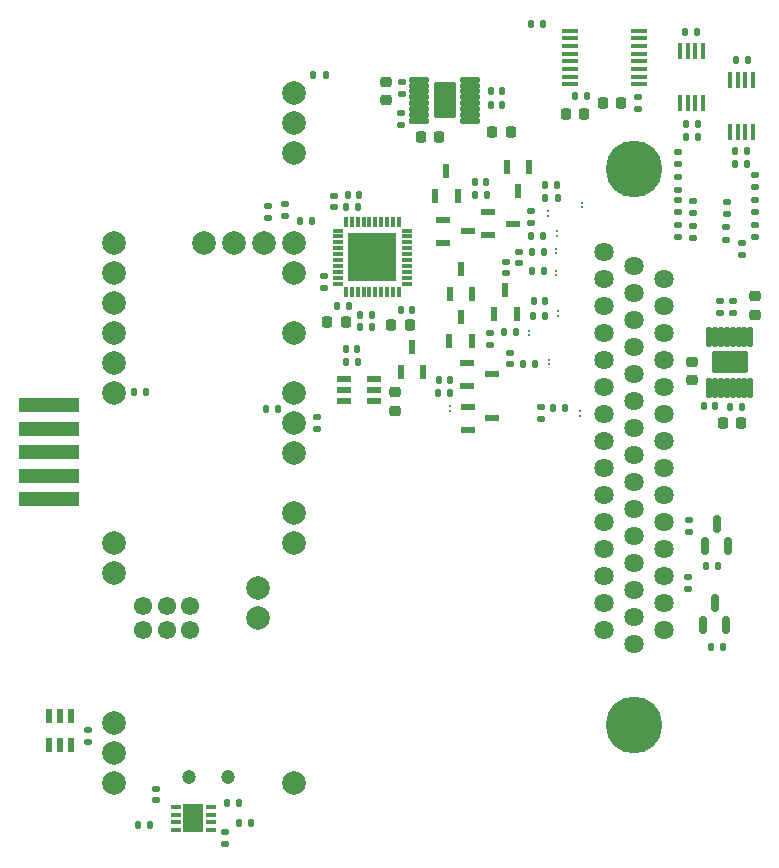
<source format=gbs>
G04 #@! TF.GenerationSoftware,KiCad,Pcbnew,8.0.7*
G04 #@! TF.CreationDate,2025-02-07T02:11:16-05:00*
G04 #@! TF.ProjectId,accessory_v3,61636365-7373-46f7-9279-5f76332e6b69,rev?*
G04 #@! TF.SameCoordinates,Original*
G04 #@! TF.FileFunction,Soldermask,Bot*
G04 #@! TF.FilePolarity,Negative*
%FSLAX46Y46*%
G04 Gerber Fmt 4.6, Leading zero omitted, Abs format (unit mm)*
G04 Created by KiCad (PCBNEW 8.0.7) date 2025-02-07 02:11:16*
%MOMM*%
%LPD*%
G01*
G04 APERTURE LIST*
G04 Aperture macros list*
%AMRoundRect*
0 Rectangle with rounded corners*
0 $1 Rounding radius*
0 $2 $3 $4 $5 $6 $7 $8 $9 X,Y pos of 4 corners*
0 Add a 4 corners polygon primitive as box body*
4,1,4,$2,$3,$4,$5,$6,$7,$8,$9,$2,$3,0*
0 Add four circle primitives for the rounded corners*
1,1,$1+$1,$2,$3*
1,1,$1+$1,$4,$5*
1,1,$1+$1,$6,$7*
1,1,$1+$1,$8,$9*
0 Add four rect primitives between the rounded corners*
20,1,$1+$1,$2,$3,$4,$5,0*
20,1,$1+$1,$4,$5,$6,$7,0*
20,1,$1+$1,$6,$7,$8,$9,0*
20,1,$1+$1,$8,$9,$2,$3,0*%
G04 Aperture macros list end*
%ADD10C,1.638000*%
%ADD11C,4.801000*%
%ADD12R,5.200000X1.250000*%
%ADD13C,2.004000*%
%ADD14C,1.204000*%
%ADD15C,1.554000*%
%ADD16RoundRect,0.135000X0.185000X-0.135000X0.185000X0.135000X-0.185000X0.135000X-0.185000X-0.135000X0*%
%ADD17RoundRect,0.140000X-0.140000X-0.170000X0.140000X-0.170000X0.140000X0.170000X-0.140000X0.170000X0*%
%ADD18RoundRect,0.140000X0.170000X-0.140000X0.170000X0.140000X-0.170000X0.140000X-0.170000X-0.140000X0*%
%ADD19RoundRect,0.135000X-0.135000X-0.185000X0.135000X-0.185000X0.135000X0.185000X-0.135000X0.185000X0*%
%ADD20R,0.254000X0.152400*%
%ADD21RoundRect,0.060500X0.766500X0.181500X-0.766500X0.181500X-0.766500X-0.181500X0.766500X-0.181500X0*%
%ADD22RoundRect,0.102000X0.825500X1.422500X-0.825500X1.422500X-0.825500X-1.422500X0.825500X-1.422500X0*%
%ADD23R,1.250000X0.600000*%
%ADD24RoundRect,0.225000X-0.250000X0.225000X-0.250000X-0.225000X0.250000X-0.225000X0.250000X0.225000X0*%
%ADD25RoundRect,0.225000X0.225000X0.250000X-0.225000X0.250000X-0.225000X-0.250000X0.225000X-0.250000X0*%
%ADD26R,0.850000X0.350000*%
%ADD27R,1.700000X2.450000*%
%ADD28RoundRect,0.140000X0.140000X0.170000X-0.140000X0.170000X-0.140000X-0.170000X0.140000X-0.170000X0*%
%ADD29R,0.600000X1.250000*%
%ADD30RoundRect,0.135000X0.135000X0.185000X-0.135000X0.185000X-0.135000X-0.185000X0.135000X-0.185000X0*%
%ADD31R,1.200000X0.600000*%
%ADD32RoundRect,0.225000X-0.225000X-0.250000X0.225000X-0.250000X0.225000X0.250000X-0.225000X0.250000X0*%
%ADD33RoundRect,0.140000X-0.170000X0.140000X-0.170000X-0.140000X0.170000X-0.140000X0.170000X0.140000X0*%
%ADD34R,0.450000X1.400000*%
%ADD35R,1.475000X0.450000*%
%ADD36RoundRect,0.060500X-0.181500X0.766500X-0.181500X-0.766500X0.181500X-0.766500X0.181500X0.766500X0*%
%ADD37RoundRect,0.102000X-1.422500X0.825500X-1.422500X-0.825500X1.422500X-0.825500X1.422500X0.825500X0*%
%ADD38RoundRect,0.150000X0.150000X-0.587500X0.150000X0.587500X-0.150000X0.587500X-0.150000X-0.587500X0*%
%ADD39RoundRect,0.135000X-0.185000X0.135000X-0.185000X-0.135000X0.185000X-0.135000X0.185000X0.135000X0*%
%ADD40R,0.600000X1.200000*%
%ADD41R,0.300000X0.850000*%
%ADD42R,0.850000X0.300000*%
%ADD43R,4.050000X4.050000*%
G04 APERTURE END LIST*
D10*
X50460000Y-55869000D03*
X50460000Y-53583000D03*
X50460000Y-51297000D03*
X50460000Y-49011000D03*
X50460000Y-46725000D03*
X50460000Y-44439000D03*
X50460000Y-42153000D03*
X50460000Y-39867000D03*
X50460000Y-37581000D03*
X50460000Y-35295000D03*
X50460000Y-33009000D03*
X50460000Y-30723000D03*
X50460000Y-28437000D03*
X50460000Y-26151000D03*
X50460000Y-23865000D03*
X53000000Y-57012000D03*
X53000000Y-54726000D03*
X53000000Y-52440000D03*
X53000000Y-50154000D03*
X53000000Y-47868000D03*
X53000000Y-45582000D03*
X53000000Y-43296000D03*
X53000000Y-41010000D03*
X53000000Y-38724000D03*
X53000000Y-36438000D03*
X53000000Y-34152000D03*
X53000000Y-31866000D03*
X53000000Y-29580000D03*
X53000000Y-27294000D03*
X53000000Y-25008000D03*
X55540000Y-55869000D03*
X55540000Y-53583000D03*
X55540000Y-51297000D03*
X55540000Y-49011000D03*
X55540000Y-46725000D03*
X55540000Y-44439000D03*
X55540000Y-42153000D03*
X55540000Y-39867000D03*
X55540000Y-37581000D03*
X55540000Y-35295000D03*
X55540000Y-33009000D03*
X55540000Y-30723000D03*
X55540000Y-28437000D03*
X55540000Y-26151000D03*
D11*
X53000000Y-63895000D03*
X53000000Y-16855000D03*
D12*
X3500000Y-36830000D03*
X3500000Y-38830000D03*
X3500000Y-40830000D03*
X3500000Y-42830000D03*
X3500000Y-44730000D03*
D13*
X8980000Y-63720000D03*
X19140000Y-23080000D03*
X24220000Y-48480000D03*
X24220000Y-45936000D03*
X24220000Y-40860000D03*
X24220000Y-38320000D03*
X24220000Y-35780000D03*
X8980000Y-35780000D03*
X8980000Y-48480000D03*
X8980000Y-51020000D03*
X24220000Y-30696000D03*
X24220000Y-25620000D03*
X24220000Y-23080000D03*
X24220000Y-15460000D03*
X24220000Y-12920000D03*
X24220000Y-10380000D03*
X8980000Y-23080000D03*
X8980000Y-25620000D03*
X8980000Y-28160000D03*
X8980000Y-30700000D03*
D14*
X18632000Y-68288000D03*
X15330000Y-68288000D03*
D13*
X24220000Y-68800000D03*
X8980000Y-33240000D03*
X8980000Y-66260000D03*
X16600000Y-23080000D03*
D15*
X13430000Y-53830000D03*
X13430000Y-55830000D03*
X11430000Y-55830000D03*
X11430000Y-53830000D03*
X15430000Y-53830000D03*
X15430000Y-55830000D03*
D13*
X21170000Y-54830000D03*
X21170000Y-52290000D03*
X21680000Y-23080000D03*
X8980000Y-68800000D03*
D16*
X56743600Y-20496800D03*
X56743600Y-19476800D03*
D17*
X28653800Y-33172400D03*
X29613800Y-33172400D03*
D18*
X40792400Y-31696600D03*
X40792400Y-30736600D03*
D19*
X44321000Y-22479000D03*
X45341000Y-22479000D03*
D16*
X57565548Y-52427900D03*
X57565548Y-51407900D03*
D20*
X45694600Y-20802600D03*
X45694600Y-20421600D03*
X46431200Y-23977600D03*
X46431200Y-23596600D03*
X48615600Y-19697700D03*
X48615600Y-20078700D03*
D17*
X58940000Y-36880000D03*
X59900000Y-36880000D03*
D21*
X39160000Y-9260000D03*
X39160000Y-9760000D03*
X39160000Y-10260000D03*
X39160000Y-10760000D03*
X39160000Y-11260000D03*
X39160000Y-11760000D03*
X39160000Y-12260000D03*
X39160000Y-12760000D03*
X34840000Y-12760000D03*
X34840000Y-12260000D03*
X34840000Y-11760000D03*
X34840000Y-11260000D03*
X34840000Y-10760000D03*
X34840000Y-10260000D03*
X34840000Y-9760000D03*
X34840000Y-9260000D03*
D22*
X37000000Y-11010000D03*
D23*
X38921000Y-38902600D03*
X38921000Y-36992600D03*
X41021000Y-37947600D03*
D19*
X44295600Y-4546600D03*
X45315600Y-4546600D03*
D24*
X63220000Y-27605000D03*
X63220000Y-29155000D03*
D25*
X36495000Y-14160000D03*
X34945000Y-14160000D03*
D20*
X46558200Y-28854400D03*
X46558200Y-29235400D03*
D26*
X17160000Y-70832500D03*
X17160000Y-71482500D03*
X17160000Y-72132500D03*
X17160000Y-72782500D03*
X14260000Y-72782500D03*
X14260000Y-72132500D03*
X14260000Y-71482500D03*
X14260000Y-70832500D03*
D27*
X15710000Y-71807500D03*
D16*
X60820000Y-22800000D03*
X60820000Y-21780000D03*
D17*
X44503400Y-27990800D03*
X45463400Y-27990800D03*
D16*
X22020000Y-21000000D03*
X22020000Y-19980000D03*
D28*
X41830000Y-10250000D03*
X40870000Y-10250000D03*
D29*
X35177400Y-34027800D03*
X33267400Y-34027800D03*
X34222400Y-31927800D03*
D30*
X19560000Y-70480000D03*
X18540000Y-70480000D03*
D17*
X61160000Y-36970000D03*
X62120000Y-36970000D03*
X28603000Y-32105600D03*
X29563000Y-32105600D03*
X29850000Y-30230000D03*
X30810000Y-30230000D03*
D30*
X11695000Y-35740000D03*
X10675000Y-35740000D03*
D29*
X43078400Y-29133800D03*
X41168400Y-29133800D03*
X42123400Y-27033800D03*
D19*
X41984200Y-30632400D03*
X43004200Y-30632400D03*
D31*
X28462600Y-36469400D03*
X28462600Y-35519400D03*
X28462600Y-34569400D03*
X30962600Y-34569400D03*
X30962600Y-35519400D03*
X30962600Y-36469400D03*
D32*
X41025000Y-13730000D03*
X42575000Y-13730000D03*
D19*
X36444400Y-35788600D03*
X37464400Y-35788600D03*
D18*
X44323000Y-21381600D03*
X44323000Y-20421600D03*
D16*
X62110000Y-24090000D03*
X62110000Y-23070000D03*
D29*
X39309000Y-27373000D03*
X37399000Y-27373000D03*
X38354000Y-25273000D03*
D20*
X45796200Y-32969200D03*
X45796200Y-33350200D03*
D28*
X12010000Y-72410000D03*
X11050000Y-72410000D03*
D33*
X60310000Y-28020000D03*
X60310000Y-28980000D03*
D30*
X58397200Y-14126400D03*
X57377200Y-14126400D03*
D16*
X26210000Y-38880000D03*
X26210000Y-37860000D03*
D34*
X63080000Y-13655000D03*
X62430000Y-13655000D03*
X61780000Y-13655000D03*
X61130000Y-13655000D03*
X61130000Y-9255000D03*
X61780000Y-9255000D03*
X62430000Y-9255000D03*
X63080000Y-9255000D03*
D25*
X48781000Y-12192000D03*
X47231000Y-12192000D03*
D16*
X57962800Y-22658800D03*
X57962800Y-21638800D03*
X63230800Y-18391000D03*
X63230800Y-17371000D03*
D23*
X36821400Y-23068200D03*
X36821400Y-21158200D03*
X38921400Y-22113200D03*
D33*
X43281600Y-23827800D03*
X43281600Y-24787800D03*
X12530000Y-69310000D03*
X12530000Y-70270000D03*
D19*
X44371800Y-23825200D03*
X45391800Y-23825200D03*
D28*
X41830000Y-11400000D03*
X40870000Y-11400000D03*
D19*
X44473400Y-29235400D03*
X45493400Y-29235400D03*
D20*
X46456600Y-22110700D03*
X46456600Y-22491700D03*
D35*
X53458000Y-5105000D03*
X53458000Y-5755000D03*
X53458000Y-6405000D03*
X53458000Y-7055000D03*
X53458000Y-7705000D03*
X53458000Y-8355000D03*
X53458000Y-9005000D03*
X53458000Y-9655000D03*
X47582000Y-9655000D03*
X47582000Y-9005000D03*
X47582000Y-8355000D03*
X47582000Y-7705000D03*
X47582000Y-7055000D03*
X47582000Y-6405000D03*
X47582000Y-5755000D03*
X47582000Y-5105000D03*
D20*
X44094400Y-30924500D03*
X44094400Y-30543500D03*
D32*
X50375000Y-11220000D03*
X51925000Y-11220000D03*
D25*
X28605000Y-29810000D03*
X27055000Y-29810000D03*
D23*
X38870200Y-35168800D03*
X38870200Y-33258800D03*
X40970200Y-34213800D03*
D16*
X56718200Y-22609000D03*
X56718200Y-21589000D03*
D28*
X29620000Y-20060000D03*
X28660000Y-20060000D03*
D29*
X42225000Y-16628400D03*
X44135000Y-16628400D03*
X43180000Y-18728400D03*
D20*
X46431200Y-25819100D03*
X46431200Y-25438100D03*
D24*
X57920000Y-33175000D03*
X57920000Y-34725000D03*
D16*
X26746200Y-26900600D03*
X26746200Y-25880600D03*
D29*
X38069800Y-19098000D03*
X36159800Y-19098000D03*
X37114800Y-16998000D03*
D28*
X62633200Y-7619600D03*
X61673200Y-7619600D03*
D36*
X59360000Y-31040000D03*
X59860000Y-31040000D03*
X60360000Y-31040000D03*
X60860000Y-31040000D03*
X61360000Y-31040000D03*
X61860000Y-31040000D03*
X62360000Y-31040000D03*
X62860000Y-31040000D03*
X62860000Y-35360000D03*
X62360000Y-35360000D03*
X61860000Y-35360000D03*
X61360000Y-35360000D03*
X60860000Y-35360000D03*
X60360000Y-35360000D03*
X59860000Y-35360000D03*
X59360000Y-35360000D03*
D37*
X61110000Y-33200000D03*
D30*
X60111348Y-50472100D03*
X59091348Y-50472100D03*
D38*
X60955748Y-48768000D03*
X59055748Y-48768000D03*
X60005748Y-46893000D03*
D16*
X63230800Y-22607400D03*
X63230800Y-21587400D03*
D34*
X58861600Y-11267800D03*
X58211600Y-11267800D03*
X57561600Y-11267800D03*
X56911600Y-11267800D03*
X56911600Y-6867800D03*
X57561600Y-6867800D03*
X58211600Y-6867800D03*
X58861600Y-6867800D03*
D16*
X57962800Y-20527200D03*
X57962800Y-19507200D03*
D39*
X18420000Y-72970000D03*
X18420000Y-73990000D03*
D30*
X25730000Y-21200000D03*
X24710000Y-21200000D03*
X26890000Y-8850000D03*
X25870000Y-8850000D03*
D18*
X27640000Y-20080000D03*
X27640000Y-19120000D03*
D16*
X56718200Y-16434800D03*
X56718200Y-15414800D03*
D32*
X32455000Y-30030000D03*
X34005000Y-30030000D03*
D33*
X53365400Y-10774800D03*
X53365400Y-11734800D03*
X45135800Y-37010400D03*
X45135800Y-37970400D03*
D30*
X58422600Y-13059600D03*
X57402600Y-13059600D03*
X62564200Y-15315800D03*
X61544200Y-15315800D03*
D20*
X37388800Y-37290500D03*
X37388800Y-36909500D03*
D24*
X31970000Y-9425000D03*
X31970000Y-10975000D03*
D40*
X3470000Y-63100000D03*
X4420000Y-63100000D03*
X5370000Y-63100000D03*
X5370000Y-65600000D03*
X4420000Y-65600000D03*
X3470000Y-65600000D03*
D24*
X32740600Y-35750200D03*
X32740600Y-37300200D03*
D19*
X44344400Y-25501600D03*
X45364400Y-25501600D03*
D17*
X39519600Y-17952400D03*
X40479600Y-17952400D03*
D16*
X57655548Y-47557900D03*
X57655548Y-46537900D03*
X63230800Y-20473800D03*
X63230800Y-19453800D03*
D28*
X48994000Y-10668000D03*
X48034000Y-10668000D03*
D30*
X22887400Y-37185600D03*
X21867400Y-37185600D03*
D18*
X42545000Y-33350200D03*
X42545000Y-32390200D03*
D17*
X29850000Y-29190000D03*
X30810000Y-29190000D03*
D28*
X29740000Y-19010000D03*
X28780000Y-19010000D03*
D19*
X19570000Y-72240000D03*
X20590000Y-72240000D03*
D28*
X58321000Y-5216800D03*
X57361000Y-5216800D03*
D17*
X36474400Y-34671000D03*
X37434400Y-34671000D03*
D29*
X39293800Y-31419800D03*
X37383800Y-31419800D03*
X38338800Y-29319800D03*
D32*
X60505000Y-38360000D03*
X62055000Y-38360000D03*
D33*
X33370000Y-9500000D03*
X33370000Y-10460000D03*
D30*
X60566548Y-57304700D03*
X59546548Y-57304700D03*
D16*
X60845400Y-20641000D03*
X60845400Y-19621000D03*
X6780000Y-65370000D03*
X6780000Y-64350000D03*
D30*
X62589600Y-16408000D03*
X61569600Y-16408000D03*
D16*
X56718200Y-18568400D03*
X56718200Y-17548400D03*
D33*
X61380000Y-28030000D03*
X61380000Y-28990000D03*
D18*
X42189400Y-25626000D03*
X42189400Y-24666000D03*
D16*
X23430000Y-20790000D03*
X23430000Y-19770000D03*
D17*
X45496600Y-18161000D03*
X46456600Y-18161000D03*
D28*
X28840000Y-28450000D03*
X27880000Y-28450000D03*
D38*
X60777948Y-55422800D03*
X58877948Y-55422800D03*
X59827948Y-53547800D03*
D41*
X33110000Y-27240000D03*
X32610000Y-27240000D03*
X32110000Y-27240000D03*
X31610000Y-27240000D03*
X31110000Y-27240000D03*
X30610000Y-27240000D03*
X30110000Y-27240000D03*
X29610000Y-27240000D03*
X29110000Y-27240000D03*
X28610000Y-27240000D03*
D42*
X27910000Y-26540000D03*
X27910000Y-26040000D03*
X27910000Y-25540000D03*
X27910000Y-25040000D03*
X27910000Y-24540000D03*
X27910000Y-24040000D03*
X27910000Y-23540000D03*
X27910000Y-23040000D03*
X27910000Y-22540000D03*
X27910000Y-22040000D03*
D41*
X28610000Y-21340000D03*
X29110000Y-21340000D03*
X29610000Y-21340000D03*
X30110000Y-21340000D03*
X30610000Y-21340000D03*
X31110000Y-21340000D03*
X31610000Y-21340000D03*
X32110000Y-21340000D03*
X32610000Y-21340000D03*
X33110000Y-21340000D03*
D42*
X33810000Y-22040000D03*
X33810000Y-22540000D03*
X33810000Y-23040000D03*
X33810000Y-23540000D03*
X33810000Y-24040000D03*
X33810000Y-24540000D03*
X33810000Y-25040000D03*
X33810000Y-25540000D03*
X33810000Y-26040000D03*
X33810000Y-26540000D03*
D43*
X30860000Y-24290000D03*
D19*
X46149800Y-37084000D03*
X47169800Y-37084000D03*
D23*
X40673600Y-22418000D03*
X40673600Y-20508000D03*
X42773600Y-21463000D03*
D18*
X33310000Y-13070000D03*
X33310000Y-12110000D03*
D19*
X43635200Y-33299400D03*
X44655200Y-33299400D03*
X45512800Y-19278600D03*
X46532800Y-19278600D03*
X39525800Y-19021800D03*
X40545800Y-19021800D03*
D20*
X48437800Y-37719000D03*
X48437800Y-37338000D03*
D17*
X33280000Y-28750000D03*
X34240000Y-28750000D03*
M02*

</source>
